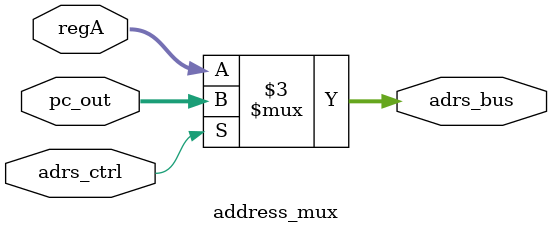
<source format=v>
`timescale 1 ns / 1 ps

module address_mux (pc_out,regA,adrs_ctrl,adrs_bus);

input [15:0] pc_out, regA;
input adrs_ctrl;

output reg [15:0] adrs_bus;

always@(*)
begin
	//adrs_bus = ((adrs_ctrl) ? pc_out : regA);
	if (adrs_ctrl)
	begin
		adrs_bus = pc_out;
	end
	else
	begin
		
		adrs_bus = regA;
			
	end
end

endmodule

</source>
